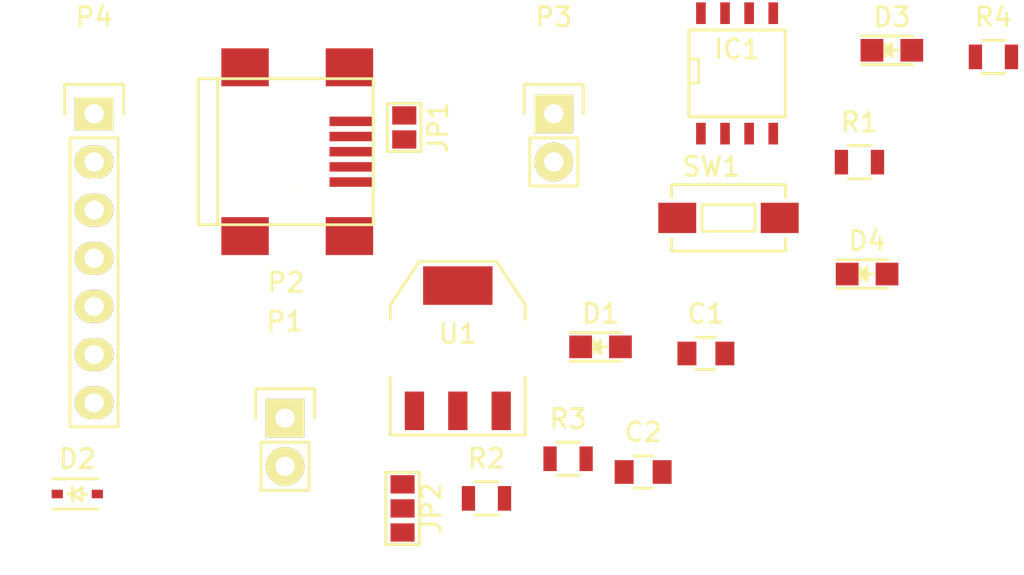
<source format=kicad_pcb>
(kicad_pcb (version 4) (host pcbnew 4.0.3-stable)

  (general
    (links 42)
    (no_connects 42)
    (area 0 0 0 0)
    (thickness 1.6)
    (drawings 0)
    (tracks 0)
    (zones 0)
    (modules 19)
    (nets 18)
  )

  (page A4)
  (layers
    (0 F.Cu signal)
    (31 B.Cu signal)
    (32 B.Adhes user)
    (33 F.Adhes user)
    (34 B.Paste user)
    (35 F.Paste user)
    (36 B.SilkS user)
    (37 F.SilkS user)
    (38 B.Mask user)
    (39 F.Mask user)
    (40 Dwgs.User user)
    (41 Cmts.User user)
    (42 Eco1.User user)
    (43 Eco2.User user)
    (44 Edge.Cuts user)
    (45 Margin user)
    (46 B.CrtYd user)
    (47 F.CrtYd user)
    (48 B.Fab user)
    (49 F.Fab user)
  )

  (setup
    (last_trace_width 0.25)
    (trace_clearance 0.2)
    (zone_clearance 0.508)
    (zone_45_only no)
    (trace_min 0.2)
    (segment_width 0.2)
    (edge_width 0.1)
    (via_size 0.6)
    (via_drill 0.4)
    (via_min_size 0.4)
    (via_min_drill 0.3)
    (uvia_size 0.3)
    (uvia_drill 0.1)
    (uvias_allowed no)
    (uvia_min_size 0.2)
    (uvia_min_drill 0.1)
    (pcb_text_width 0.3)
    (pcb_text_size 1.5 1.5)
    (mod_edge_width 0.15)
    (mod_text_size 1 1)
    (mod_text_width 0.15)
    (pad_size 1.5 1.5)
    (pad_drill 0.6)
    (pad_to_mask_clearance 0)
    (aux_axis_origin 0 0)
    (visible_elements FFFFFF7F)
    (pcbplotparams
      (layerselection 0x00030_80000001)
      (usegerberextensions false)
      (excludeedgelayer true)
      (linewidth 0.100000)
      (plotframeref false)
      (viasonmask false)
      (mode 1)
      (useauxorigin false)
      (hpglpennumber 1)
      (hpglpenspeed 20)
      (hpglpendiameter 15)
      (hpglpenoverlay 2)
      (psnegative false)
      (psa4output false)
      (plotreference true)
      (plotvalue true)
      (plotinvisibletext false)
      (padsonsilk false)
      (subtractmaskfromsilk false)
      (outputformat 1)
      (mirror false)
      (drillshape 1)
      (scaleselection 1)
      (outputdirectory ""))
  )

  (net 0 "")
  (net 1 /V_BAT)
  (net 2 GND)
  (net 3 VCC)
  (net 4 "Net-(D1-Pad2)")
  (net 5 "Net-(D2-Pad2)")
  (net 6 "Net-(D3-Pad2)")
  (net 7 "Net-(D4-Pad2)")
  (net 8 "Net-(D4-Pad1)")
  (net 9 "Net-(IC1-Pad7)")
  (net 10 "Net-(IC1-Pad6)")
  (net 11 "Net-(IC1-Pad5)")
  (net 12 "Net-(IC1-Pad3)")
  (net 13 "Net-(IC1-Pad2)")
  (net 14 "Net-(IC1-Pad1)")
  (net 15 "Net-(JP2-Pad2)")
  (net 16 "Net-(P2-Pad4)")
  (net 17 "Net-(P2-Pad6)")

  (net_class Default "This is the default net class."
    (clearance 0.2)
    (trace_width 0.25)
    (via_dia 0.6)
    (via_drill 0.4)
    (uvia_dia 0.3)
    (uvia_drill 0.1)
    (add_net /V_BAT)
    (add_net GND)
    (add_net "Net-(D1-Pad2)")
    (add_net "Net-(D2-Pad2)")
    (add_net "Net-(D3-Pad2)")
    (add_net "Net-(D4-Pad1)")
    (add_net "Net-(D4-Pad2)")
    (add_net "Net-(IC1-Pad1)")
    (add_net "Net-(IC1-Pad2)")
    (add_net "Net-(IC1-Pad3)")
    (add_net "Net-(IC1-Pad5)")
    (add_net "Net-(IC1-Pad6)")
    (add_net "Net-(IC1-Pad7)")
    (add_net "Net-(JP2-Pad2)")
    (add_net "Net-(P2-Pad4)")
    (add_net "Net-(P2-Pad6)")
    (add_net VCC)
  )

  (module Capacitors_SMD:C_0805 (layer F.Cu) (tedit 5415D6EA) (tstamp 57BE9728)
    (at 185.855001 119.045)
    (descr "Capacitor SMD 0805, reflow soldering, AVX (see smccp.pdf)")
    (tags "capacitor 0805")
    (path /57BD6F3C)
    (attr smd)
    (fp_text reference C1 (at 0 -2.1) (layer F.SilkS)
      (effects (font (size 1 1) (thickness 0.15)))
    )
    (fp_text value 1uf (at 0 2.1) (layer F.Fab)
      (effects (font (size 1 1) (thickness 0.15)))
    )
    (fp_line (start -1.8 -1) (end 1.8 -1) (layer F.CrtYd) (width 0.05))
    (fp_line (start -1.8 1) (end 1.8 1) (layer F.CrtYd) (width 0.05))
    (fp_line (start -1.8 -1) (end -1.8 1) (layer F.CrtYd) (width 0.05))
    (fp_line (start 1.8 -1) (end 1.8 1) (layer F.CrtYd) (width 0.05))
    (fp_line (start 0.5 -0.85) (end -0.5 -0.85) (layer F.SilkS) (width 0.15))
    (fp_line (start -0.5 0.85) (end 0.5 0.85) (layer F.SilkS) (width 0.15))
    (pad 1 smd rect (at -1 0) (size 1 1.25) (layers F.Cu F.Paste F.Mask)
      (net 1 /V_BAT))
    (pad 2 smd rect (at 1 0) (size 1 1.25) (layers F.Cu F.Paste F.Mask)
      (net 2 GND))
    (model Capacitors_SMD.3dshapes/C_0805.wrl
      (at (xyz 0 0 0))
      (scale (xyz 1 1 1))
      (rotate (xyz 0 0 0))
    )
  )

  (module Capacitors_SMD:C_0805 (layer F.Cu) (tedit 5415D6EA) (tstamp 57BE972E)
    (at 182.548571 125.295)
    (descr "Capacitor SMD 0805, reflow soldering, AVX (see smccp.pdf)")
    (tags "capacitor 0805")
    (path /57BD6FAC)
    (attr smd)
    (fp_text reference C2 (at 0 -2.1) (layer F.SilkS)
      (effects (font (size 1 1) (thickness 0.15)))
    )
    (fp_text value 2.2uf (at 0 2.1) (layer F.Fab)
      (effects (font (size 1 1) (thickness 0.15)))
    )
    (fp_line (start -1.8 -1) (end 1.8 -1) (layer F.CrtYd) (width 0.05))
    (fp_line (start -1.8 1) (end 1.8 1) (layer F.CrtYd) (width 0.05))
    (fp_line (start -1.8 -1) (end -1.8 1) (layer F.CrtYd) (width 0.05))
    (fp_line (start 1.8 -1) (end 1.8 1) (layer F.CrtYd) (width 0.05))
    (fp_line (start 0.5 -0.85) (end -0.5 -0.85) (layer F.SilkS) (width 0.15))
    (fp_line (start -0.5 0.85) (end 0.5 0.85) (layer F.SilkS) (width 0.15))
    (pad 1 smd rect (at -1 0) (size 1 1.25) (layers F.Cu F.Paste F.Mask)
      (net 3 VCC))
    (pad 2 smd rect (at 1 0) (size 1 1.25) (layers F.Cu F.Paste F.Mask)
      (net 2 GND))
    (model Capacitors_SMD.3dshapes/C_0805.wrl
      (at (xyz 0 0 0))
      (scale (xyz 1 1 1))
      (rotate (xyz 0 0 0))
    )
  )

  (module LEDs:LED_0805 (layer F.Cu) (tedit 55BDE1C2) (tstamp 57BE9734)
    (at 180.303334 118.695)
    (descr "LED 0805 smd package")
    (tags "LED 0805 SMD")
    (path /57BD75CA)
    (attr smd)
    (fp_text reference D1 (at 0 -1.75) (layer F.SilkS)
      (effects (font (size 1 1) (thickness 0.15)))
    )
    (fp_text value "blue LED" (at 0 1.75) (layer F.Fab)
      (effects (font (size 1 1) (thickness 0.15)))
    )
    (fp_line (start -0.4 -0.3) (end -0.4 0.3) (layer F.Fab) (width 0.15))
    (fp_line (start -0.3 0) (end 0 -0.3) (layer F.Fab) (width 0.15))
    (fp_line (start 0 0.3) (end -0.3 0) (layer F.Fab) (width 0.15))
    (fp_line (start 0 -0.3) (end 0 0.3) (layer F.Fab) (width 0.15))
    (fp_line (start 1 -0.6) (end -1 -0.6) (layer F.Fab) (width 0.15))
    (fp_line (start 1 0.6) (end 1 -0.6) (layer F.Fab) (width 0.15))
    (fp_line (start -1 0.6) (end 1 0.6) (layer F.Fab) (width 0.15))
    (fp_line (start -1 -0.6) (end -1 0.6) (layer F.Fab) (width 0.15))
    (fp_line (start -1.6 0.75) (end 1.1 0.75) (layer F.SilkS) (width 0.15))
    (fp_line (start -1.6 -0.75) (end 1.1 -0.75) (layer F.SilkS) (width 0.15))
    (fp_line (start -0.1 0.15) (end -0.1 -0.1) (layer F.SilkS) (width 0.15))
    (fp_line (start -0.1 -0.1) (end -0.25 0.05) (layer F.SilkS) (width 0.15))
    (fp_line (start -0.35 -0.35) (end -0.35 0.35) (layer F.SilkS) (width 0.15))
    (fp_line (start 0 0) (end 0.35 0) (layer F.SilkS) (width 0.15))
    (fp_line (start -0.35 0) (end 0 -0.35) (layer F.SilkS) (width 0.15))
    (fp_line (start 0 -0.35) (end 0 0.35) (layer F.SilkS) (width 0.15))
    (fp_line (start 0 0.35) (end -0.35 0) (layer F.SilkS) (width 0.15))
    (fp_line (start 1.9 -0.95) (end 1.9 0.95) (layer F.CrtYd) (width 0.05))
    (fp_line (start 1.9 0.95) (end -1.9 0.95) (layer F.CrtYd) (width 0.05))
    (fp_line (start -1.9 0.95) (end -1.9 -0.95) (layer F.CrtYd) (width 0.05))
    (fp_line (start -1.9 -0.95) (end 1.9 -0.95) (layer F.CrtYd) (width 0.05))
    (pad 2 smd rect (at 1.04902 0 180) (size 1.19888 1.19888) (layers F.Cu F.Paste F.Mask)
      (net 4 "Net-(D1-Pad2)"))
    (pad 1 smd rect (at -1.04902 0 180) (size 1.19888 1.19888) (layers F.Cu F.Paste F.Mask)
      (net 2 GND))
    (model LEDs.3dshapes/LED_0805.wrl
      (at (xyz 0 0 0))
      (scale (xyz 1 1 1))
      (rotate (xyz 0 0 0))
    )
  )

  (module Diodes_SMD:SOD-323 (layer F.Cu) (tedit 5530FC5E) (tstamp 57BE973A)
    (at 152.73762 126.455)
    (descr SOD-323)
    (tags SOD-323)
    (path /57BD74D6)
    (attr smd)
    (fp_text reference D2 (at 0 -1.85) (layer F.SilkS)
      (effects (font (size 1 1) (thickness 0.15)))
    )
    (fp_text value D_Schottky (at 0.1 1.9) (layer F.Fab)
      (effects (font (size 1 1) (thickness 0.15)))
    )
    (fp_line (start 0.25 0) (end 0.5 0) (layer F.SilkS) (width 0.15))
    (fp_line (start -0.25 0) (end -0.5 0) (layer F.SilkS) (width 0.15))
    (fp_line (start -0.25 0) (end 0.25 -0.35) (layer F.SilkS) (width 0.15))
    (fp_line (start 0.25 -0.35) (end 0.25 0.35) (layer F.SilkS) (width 0.15))
    (fp_line (start 0.25 0.35) (end -0.25 0) (layer F.SilkS) (width 0.15))
    (fp_line (start -0.25 -0.35) (end -0.25 0.35) (layer F.SilkS) (width 0.15))
    (fp_line (start -1.5 -0.95) (end 1.5 -0.95) (layer F.CrtYd) (width 0.05))
    (fp_line (start 1.5 -0.95) (end 1.5 0.95) (layer F.CrtYd) (width 0.05))
    (fp_line (start -1.5 0.95) (end 1.5 0.95) (layer F.CrtYd) (width 0.05))
    (fp_line (start -1.5 -0.95) (end -1.5 0.95) (layer F.CrtYd) (width 0.05))
    (fp_line (start -1.3 0.8) (end 1.1 0.8) (layer F.SilkS) (width 0.15))
    (fp_line (start -1.3 -0.8) (end 1.1 -0.8) (layer F.SilkS) (width 0.15))
    (pad 1 smd rect (at -1.055 0) (size 0.59 0.45) (layers F.Cu F.Paste F.Mask)
      (net 3 VCC))
    (pad 2 smd rect (at 1.055 0) (size 0.59 0.45) (layers F.Cu F.Paste F.Mask)
      (net 5 "Net-(D2-Pad2)"))
    (model Diodes_SMD.3dshapes/SOD-323.wrl
      (at (xyz 0 0 0))
      (scale (xyz 1 1 1))
      (rotate (xyz 0 0 180))
    )
  )

  (module LEDs:LED_0805 (layer F.Cu) (tedit 55BDE1C2) (tstamp 57BE9740)
    (at 195.653334 103.055)
    (descr "LED 0805 smd package")
    (tags "LED 0805 SMD")
    (path /57BD80DC)
    (attr smd)
    (fp_text reference D3 (at 0 -1.75) (layer F.SilkS)
      (effects (font (size 1 1) (thickness 0.15)))
    )
    (fp_text value "blue LED" (at 0 1.75) (layer F.Fab)
      (effects (font (size 1 1) (thickness 0.15)))
    )
    (fp_line (start -0.4 -0.3) (end -0.4 0.3) (layer F.Fab) (width 0.15))
    (fp_line (start -0.3 0) (end 0 -0.3) (layer F.Fab) (width 0.15))
    (fp_line (start 0 0.3) (end -0.3 0) (layer F.Fab) (width 0.15))
    (fp_line (start 0 -0.3) (end 0 0.3) (layer F.Fab) (width 0.15))
    (fp_line (start 1 -0.6) (end -1 -0.6) (layer F.Fab) (width 0.15))
    (fp_line (start 1 0.6) (end 1 -0.6) (layer F.Fab) (width 0.15))
    (fp_line (start -1 0.6) (end 1 0.6) (layer F.Fab) (width 0.15))
    (fp_line (start -1 -0.6) (end -1 0.6) (layer F.Fab) (width 0.15))
    (fp_line (start -1.6 0.75) (end 1.1 0.75) (layer F.SilkS) (width 0.15))
    (fp_line (start -1.6 -0.75) (end 1.1 -0.75) (layer F.SilkS) (width 0.15))
    (fp_line (start -0.1 0.15) (end -0.1 -0.1) (layer F.SilkS) (width 0.15))
    (fp_line (start -0.1 -0.1) (end -0.25 0.05) (layer F.SilkS) (width 0.15))
    (fp_line (start -0.35 -0.35) (end -0.35 0.35) (layer F.SilkS) (width 0.15))
    (fp_line (start 0 0) (end 0.35 0) (layer F.SilkS) (width 0.15))
    (fp_line (start -0.35 0) (end 0 -0.35) (layer F.SilkS) (width 0.15))
    (fp_line (start 0 -0.35) (end 0 0.35) (layer F.SilkS) (width 0.15))
    (fp_line (start 0 0.35) (end -0.35 0) (layer F.SilkS) (width 0.15))
    (fp_line (start 1.9 -0.95) (end 1.9 0.95) (layer F.CrtYd) (width 0.05))
    (fp_line (start 1.9 0.95) (end -1.9 0.95) (layer F.CrtYd) (width 0.05))
    (fp_line (start -1.9 0.95) (end -1.9 -0.95) (layer F.CrtYd) (width 0.05))
    (fp_line (start -1.9 -0.95) (end 1.9 -0.95) (layer F.CrtYd) (width 0.05))
    (pad 2 smd rect (at 1.04902 0 180) (size 1.19888 1.19888) (layers F.Cu F.Paste F.Mask)
      (net 6 "Net-(D3-Pad2)"))
    (pad 1 smd rect (at -1.04902 0 180) (size 1.19888 1.19888) (layers F.Cu F.Paste F.Mask)
      (net 2 GND))
    (model LEDs.3dshapes/LED_0805.wrl
      (at (xyz 0 0 0))
      (scale (xyz 1 1 1))
      (rotate (xyz 0 0 0))
    )
  )

  (module LEDs:LED_0805 (layer F.Cu) (tedit 55BDE1C2) (tstamp 57BE9746)
    (at 194.348572 114.855)
    (descr "LED 0805 smd package")
    (tags "LED 0805 SMD")
    (path /57BD624D)
    (attr smd)
    (fp_text reference D4 (at 0 -1.75) (layer F.SilkS)
      (effects (font (size 1 1) (thickness 0.15)))
    )
    (fp_text value "red LED" (at 0 1.75) (layer F.Fab)
      (effects (font (size 1 1) (thickness 0.15)))
    )
    (fp_line (start -0.4 -0.3) (end -0.4 0.3) (layer F.Fab) (width 0.15))
    (fp_line (start -0.3 0) (end 0 -0.3) (layer F.Fab) (width 0.15))
    (fp_line (start 0 0.3) (end -0.3 0) (layer F.Fab) (width 0.15))
    (fp_line (start 0 -0.3) (end 0 0.3) (layer F.Fab) (width 0.15))
    (fp_line (start 1 -0.6) (end -1 -0.6) (layer F.Fab) (width 0.15))
    (fp_line (start 1 0.6) (end 1 -0.6) (layer F.Fab) (width 0.15))
    (fp_line (start -1 0.6) (end 1 0.6) (layer F.Fab) (width 0.15))
    (fp_line (start -1 -0.6) (end -1 0.6) (layer F.Fab) (width 0.15))
    (fp_line (start -1.6 0.75) (end 1.1 0.75) (layer F.SilkS) (width 0.15))
    (fp_line (start -1.6 -0.75) (end 1.1 -0.75) (layer F.SilkS) (width 0.15))
    (fp_line (start -0.1 0.15) (end -0.1 -0.1) (layer F.SilkS) (width 0.15))
    (fp_line (start -0.1 -0.1) (end -0.25 0.05) (layer F.SilkS) (width 0.15))
    (fp_line (start -0.35 -0.35) (end -0.35 0.35) (layer F.SilkS) (width 0.15))
    (fp_line (start 0 0) (end 0.35 0) (layer F.SilkS) (width 0.15))
    (fp_line (start -0.35 0) (end 0 -0.35) (layer F.SilkS) (width 0.15))
    (fp_line (start 0 -0.35) (end 0 0.35) (layer F.SilkS) (width 0.15))
    (fp_line (start 0 0.35) (end -0.35 0) (layer F.SilkS) (width 0.15))
    (fp_line (start 1.9 -0.95) (end 1.9 0.95) (layer F.CrtYd) (width 0.05))
    (fp_line (start 1.9 0.95) (end -1.9 0.95) (layer F.CrtYd) (width 0.05))
    (fp_line (start -1.9 0.95) (end -1.9 -0.95) (layer F.CrtYd) (width 0.05))
    (fp_line (start -1.9 -0.95) (end 1.9 -0.95) (layer F.CrtYd) (width 0.05))
    (pad 2 smd rect (at 1.04902 0 180) (size 1.19888 1.19888) (layers F.Cu F.Paste F.Mask)
      (net 7 "Net-(D4-Pad2)"))
    (pad 1 smd rect (at -1.04902 0 180) (size 1.19888 1.19888) (layers F.Cu F.Paste F.Mask)
      (net 8 "Net-(D4-Pad1)"))
    (model LEDs.3dshapes/LED_0805.wrl
      (at (xyz 0 0 0))
      (scale (xyz 1 1 1))
      (rotate (xyz 0 0 0))
    )
  )

  (module SMD_Packages:SOIC-8-N (layer F.Cu) (tedit 0) (tstamp 57BE9752)
    (at 187.498571 104.2765)
    (descr "Module Narrow CMS SOJ 8 pins large")
    (tags "CMS SOJ")
    (path /57BD5CB6)
    (attr smd)
    (fp_text reference IC1 (at 0 -1.27) (layer F.SilkS)
      (effects (font (size 1 1) (thickness 0.15)))
    )
    (fp_text value ATTINY85-S (at 0 1.27) (layer F.Fab)
      (effects (font (size 1 1) (thickness 0.15)))
    )
    (fp_line (start -2.54 -2.286) (end 2.54 -2.286) (layer F.SilkS) (width 0.15))
    (fp_line (start 2.54 -2.286) (end 2.54 2.286) (layer F.SilkS) (width 0.15))
    (fp_line (start 2.54 2.286) (end -2.54 2.286) (layer F.SilkS) (width 0.15))
    (fp_line (start -2.54 2.286) (end -2.54 -2.286) (layer F.SilkS) (width 0.15))
    (fp_line (start -2.54 -0.762) (end -2.032 -0.762) (layer F.SilkS) (width 0.15))
    (fp_line (start -2.032 -0.762) (end -2.032 0.508) (layer F.SilkS) (width 0.15))
    (fp_line (start -2.032 0.508) (end -2.54 0.508) (layer F.SilkS) (width 0.15))
    (pad 8 smd rect (at -1.905 -3.175) (size 0.508 1.143) (layers F.Cu F.Paste F.Mask)
      (net 3 VCC))
    (pad 7 smd rect (at -0.635 -3.175) (size 0.508 1.143) (layers F.Cu F.Paste F.Mask)
      (net 9 "Net-(IC1-Pad7)"))
    (pad 6 smd rect (at 0.635 -3.175) (size 0.508 1.143) (layers F.Cu F.Paste F.Mask)
      (net 10 "Net-(IC1-Pad6)"))
    (pad 5 smd rect (at 1.905 -3.175) (size 0.508 1.143) (layers F.Cu F.Paste F.Mask)
      (net 11 "Net-(IC1-Pad5)"))
    (pad 4 smd rect (at 1.905 3.175) (size 0.508 1.143) (layers F.Cu F.Paste F.Mask)
      (net 2 GND))
    (pad 3 smd rect (at 0.635 3.175) (size 0.508 1.143) (layers F.Cu F.Paste F.Mask)
      (net 12 "Net-(IC1-Pad3)"))
    (pad 2 smd rect (at -0.635 3.175) (size 0.508 1.143) (layers F.Cu F.Paste F.Mask)
      (net 13 "Net-(IC1-Pad2)"))
    (pad 1 smd rect (at -1.905 3.175) (size 0.508 1.143) (layers F.Cu F.Paste F.Mask)
      (net 14 "Net-(IC1-Pad1)"))
    (model SMD_Packages.3dshapes/SOIC-8-N.wrl
      (at (xyz 0 0 0))
      (scale (xyz 0.5 0.38 0.5))
      (rotate (xyz 0 0 0))
    )
  )

  (module Connect:GS2 (layer F.Cu) (tedit 0) (tstamp 57BE9758)
    (at 169.964001 107.125239)
    (descr "Pontet Goute de soudure")
    (path /57BD62A1)
    (attr virtual)
    (fp_text reference JP1 (at 1.778 0 90) (layer F.SilkS)
      (effects (font (size 1 1) (thickness 0.15)))
    )
    (fp_text value Jumper_NC_Small (at 1.524 0 90) (layer F.Fab)
      (effects (font (size 1 1) (thickness 0.15)))
    )
    (fp_line (start -0.889 -1.27) (end -0.889 1.27) (layer F.SilkS) (width 0.15))
    (fp_line (start 0.889 1.27) (end 0.889 -1.27) (layer F.SilkS) (width 0.15))
    (fp_line (start 0.889 1.27) (end -0.889 1.27) (layer F.SilkS) (width 0.15))
    (fp_line (start -0.889 -1.27) (end 0.889 -1.27) (layer F.SilkS) (width 0.15))
    (pad 1 smd rect (at 0 -0.635) (size 1.27 0.9652) (layers F.Cu F.Paste F.Mask)
      (net 8 "Net-(D4-Pad1)"))
    (pad 2 smd rect (at 0 0.635) (size 1.27 0.9652) (layers F.Cu F.Paste F.Mask)
      (net 2 GND))
  )

  (module Connect:GS3 (layer F.Cu) (tedit 0) (tstamp 57BE975F)
    (at 169.874001 127.214762)
    (descr "Pontet Goute de soudure")
    (path /57BD8FF3)
    (attr virtual)
    (fp_text reference JP2 (at 1.524 0 90) (layer F.SilkS)
      (effects (font (size 1 1) (thickness 0.15)))
    )
    (fp_text value JUMPER3 (at 1.524 0 90) (layer F.Fab)
      (effects (font (size 1 1) (thickness 0.15)))
    )
    (fp_line (start -0.889 -1.905) (end -0.889 1.905) (layer F.SilkS) (width 0.15))
    (fp_line (start -0.889 1.905) (end 0.889 1.905) (layer F.SilkS) (width 0.15))
    (fp_line (start 0.889 1.905) (end 0.889 -1.905) (layer F.SilkS) (width 0.15))
    (fp_line (start -0.889 -1.905) (end 0.889 -1.905) (layer F.SilkS) (width 0.15))
    (pad 1 smd rect (at 0 -1.27) (size 1.27 0.9652) (layers F.Cu F.Paste F.Mask)
      (net 12 "Net-(IC1-Pad3)"))
    (pad 2 smd rect (at 0 0) (size 1.27 0.9652) (layers F.Cu F.Paste F.Mask)
      (net 15 "Net-(JP2-Pad2)"))
    (pad 3 smd rect (at 0 1.27) (size 1.27 0.9652) (layers F.Cu F.Paste F.Mask)
      (net 14 "Net-(IC1-Pad1)"))
  )

  (module Pin_Headers:Pin_Header_Straight_1x02 (layer F.Cu) (tedit 54EA090C) (tstamp 57BE9765)
    (at 163.683333 122.455)
    (descr "Through hole pin header")
    (tags "pin header")
    (path /57BD7DBE)
    (fp_text reference P1 (at 0 -5.1) (layer F.SilkS)
      (effects (font (size 1 1) (thickness 0.15)))
    )
    (fp_text value CONN_01X02 (at 0 -3.1) (layer F.Fab)
      (effects (font (size 1 1) (thickness 0.15)))
    )
    (fp_line (start 1.27 1.27) (end 1.27 3.81) (layer F.SilkS) (width 0.15))
    (fp_line (start 1.55 -1.55) (end 1.55 0) (layer F.SilkS) (width 0.15))
    (fp_line (start -1.75 -1.75) (end -1.75 4.3) (layer F.CrtYd) (width 0.05))
    (fp_line (start 1.75 -1.75) (end 1.75 4.3) (layer F.CrtYd) (width 0.05))
    (fp_line (start -1.75 -1.75) (end 1.75 -1.75) (layer F.CrtYd) (width 0.05))
    (fp_line (start -1.75 4.3) (end 1.75 4.3) (layer F.CrtYd) (width 0.05))
    (fp_line (start 1.27 1.27) (end -1.27 1.27) (layer F.SilkS) (width 0.15))
    (fp_line (start -1.55 0) (end -1.55 -1.55) (layer F.SilkS) (width 0.15))
    (fp_line (start -1.55 -1.55) (end 1.55 -1.55) (layer F.SilkS) (width 0.15))
    (fp_line (start -1.27 1.27) (end -1.27 3.81) (layer F.SilkS) (width 0.15))
    (fp_line (start -1.27 3.81) (end 1.27 3.81) (layer F.SilkS) (width 0.15))
    (pad 1 thru_hole rect (at 0 0) (size 2.032 2.032) (drill 1.016) (layers *.Cu *.Mask F.SilkS)
      (net 2 GND))
    (pad 2 thru_hole oval (at 0 2.54) (size 2.032 2.032) (drill 1.016) (layers *.Cu *.Mask F.SilkS)
      (net 1 /V_BAT))
    (model Pin_Headers.3dshapes/Pin_Header_Straight_1x02.wrl
      (at (xyz 0 -0.05 0))
      (scale (xyz 1 1 1))
      (rotate (xyz 0 0 90))
    )
  )

  (module Connect:USB_Mini-B (layer F.Cu) (tedit 5543E571) (tstamp 57BE9774)
    (at 163.725001 108.4043)
    (descr "USB Mini-B 5-pin SMD connector")
    (tags "USB USB_B USB_Mini connector")
    (path /57BD722D)
    (attr smd)
    (fp_text reference P2 (at 0 6.90118) (layer F.SilkS)
      (effects (font (size 1 1) (thickness 0.15)))
    )
    (fp_text value USB_OTG (at 0 -7.0993) (layer F.Fab)
      (effects (font (size 1 1) (thickness 0.15)))
    )
    (fp_line (start -4.85 -5.7) (end 4.85 -5.7) (layer F.CrtYd) (width 0.05))
    (fp_line (start 4.85 -5.7) (end 4.85 5.7) (layer F.CrtYd) (width 0.05))
    (fp_line (start 4.85 5.7) (end -4.85 5.7) (layer F.CrtYd) (width 0.05))
    (fp_line (start -4.85 5.7) (end -4.85 -5.7) (layer F.CrtYd) (width 0.05))
    (fp_line (start -3.59918 -3.85064) (end -3.59918 3.85064) (layer F.SilkS) (width 0.15))
    (fp_line (start -4.59994 -3.85064) (end -4.59994 3.85064) (layer F.SilkS) (width 0.15))
    (fp_line (start -4.59994 3.85064) (end 4.59994 3.85064) (layer F.SilkS) (width 0.15))
    (fp_line (start 4.59994 3.85064) (end 4.59994 -3.85064) (layer F.SilkS) (width 0.15))
    (fp_line (start 4.59994 -3.85064) (end -4.59994 -3.85064) (layer F.SilkS) (width 0.15))
    (pad 1 smd rect (at 3.44932 -1.6002) (size 2.30124 0.50038) (layers F.Cu F.Paste F.Mask)
      (net 5 "Net-(D2-Pad2)"))
    (pad 2 smd rect (at 3.44932 -0.8001) (size 2.30124 0.50038) (layers F.Cu F.Paste F.Mask)
      (net 6 "Net-(D3-Pad2)"))
    (pad 3 smd rect (at 3.44932 0) (size 2.30124 0.50038) (layers F.Cu F.Paste F.Mask)
      (net 4 "Net-(D1-Pad2)"))
    (pad 4 smd rect (at 3.44932 0.8001) (size 2.30124 0.50038) (layers F.Cu F.Paste F.Mask)
      (net 16 "Net-(P2-Pad4)"))
    (pad 5 smd rect (at 3.44932 1.6002) (size 2.30124 0.50038) (layers F.Cu F.Paste F.Mask)
      (net 2 GND))
    (pad 6 smd rect (at 3.35026 -4.45008) (size 2.49936 1.99898) (layers F.Cu F.Paste F.Mask)
      (net 17 "Net-(P2-Pad6)"))
    (pad 6 smd rect (at -2.14884 -4.45008) (size 2.49936 1.99898) (layers F.Cu F.Paste F.Mask)
      (net 17 "Net-(P2-Pad6)"))
    (pad 6 smd rect (at 3.35026 4.45008) (size 2.49936 1.99898) (layers F.Cu F.Paste F.Mask)
      (net 17 "Net-(P2-Pad6)"))
    (pad 6 smd rect (at -2.14884 4.45008) (size 2.49936 1.99898) (layers F.Cu F.Paste F.Mask)
      (net 17 "Net-(P2-Pad6)"))
    (pad "" np_thru_hole circle (at 0.8509 -2.19964) (size 0.89916 0.89916) (drill 0.89916) (layers *.Cu *.Mask F.SilkS))
    (pad "" np_thru_hole circle (at 0.8509 2.19964) (size 0.89916 0.89916) (drill 0.89916) (layers *.Cu *.Mask F.SilkS))
  )

  (module Pin_Headers:Pin_Header_Straight_1x02 (layer F.Cu) (tedit 54EA090C) (tstamp 57BE977A)
    (at 177.843333 106.405)
    (descr "Through hole pin header")
    (tags "pin header")
    (path /57BD9D74)
    (fp_text reference P3 (at 0 -5.1) (layer F.SilkS)
      (effects (font (size 1 1) (thickness 0.15)))
    )
    (fp_text value CONN_01X02 (at 0 -3.1) (layer F.Fab)
      (effects (font (size 1 1) (thickness 0.15)))
    )
    (fp_line (start 1.27 1.27) (end 1.27 3.81) (layer F.SilkS) (width 0.15))
    (fp_line (start 1.55 -1.55) (end 1.55 0) (layer F.SilkS) (width 0.15))
    (fp_line (start -1.75 -1.75) (end -1.75 4.3) (layer F.CrtYd) (width 0.05))
    (fp_line (start 1.75 -1.75) (end 1.75 4.3) (layer F.CrtYd) (width 0.05))
    (fp_line (start -1.75 -1.75) (end 1.75 -1.75) (layer F.CrtYd) (width 0.05))
    (fp_line (start -1.75 4.3) (end 1.75 4.3) (layer F.CrtYd) (width 0.05))
    (fp_line (start 1.27 1.27) (end -1.27 1.27) (layer F.SilkS) (width 0.15))
    (fp_line (start -1.55 0) (end -1.55 -1.55) (layer F.SilkS) (width 0.15))
    (fp_line (start -1.55 -1.55) (end 1.55 -1.55) (layer F.SilkS) (width 0.15))
    (fp_line (start -1.27 1.27) (end -1.27 3.81) (layer F.SilkS) (width 0.15))
    (fp_line (start -1.27 3.81) (end 1.27 3.81) (layer F.SilkS) (width 0.15))
    (pad 1 thru_hole rect (at 0 0) (size 2.032 2.032) (drill 1.016) (layers *.Cu *.Mask F.SilkS)
      (net 2 GND))
    (pad 2 thru_hole oval (at 0 2.54) (size 2.032 2.032) (drill 1.016) (layers *.Cu *.Mask F.SilkS)
      (net 3 VCC))
    (model Pin_Headers.3dshapes/Pin_Header_Straight_1x02.wrl
      (at (xyz 0 -0.05 0))
      (scale (xyz 1 1 1))
      (rotate (xyz 0 0 90))
    )
  )

  (module Pin_Headers:Pin_Header_Straight_1x07 (layer F.Cu) (tedit 0) (tstamp 57BE9785)
    (at 153.623333 106.405)
    (descr "Through hole pin header")
    (tags "pin header")
    (path /57BD8C98)
    (fp_text reference P4 (at 0 -5.1) (layer F.SilkS)
      (effects (font (size 1 1) (thickness 0.15)))
    )
    (fp_text value CONN_01X07 (at 0 -3.1) (layer F.Fab)
      (effects (font (size 1 1) (thickness 0.15)))
    )
    (fp_line (start -1.75 -1.75) (end -1.75 17) (layer F.CrtYd) (width 0.05))
    (fp_line (start 1.75 -1.75) (end 1.75 17) (layer F.CrtYd) (width 0.05))
    (fp_line (start -1.75 -1.75) (end 1.75 -1.75) (layer F.CrtYd) (width 0.05))
    (fp_line (start -1.75 17) (end 1.75 17) (layer F.CrtYd) (width 0.05))
    (fp_line (start 1.27 1.27) (end 1.27 16.51) (layer F.SilkS) (width 0.15))
    (fp_line (start 1.27 16.51) (end -1.27 16.51) (layer F.SilkS) (width 0.15))
    (fp_line (start -1.27 16.51) (end -1.27 1.27) (layer F.SilkS) (width 0.15))
    (fp_line (start 1.55 -1.55) (end 1.55 0) (layer F.SilkS) (width 0.15))
    (fp_line (start 1.27 1.27) (end -1.27 1.27) (layer F.SilkS) (width 0.15))
    (fp_line (start -1.55 0) (end -1.55 -1.55) (layer F.SilkS) (width 0.15))
    (fp_line (start -1.55 -1.55) (end 1.55 -1.55) (layer F.SilkS) (width 0.15))
    (pad 1 thru_hole rect (at 0 0) (size 2.032 1.7272) (drill 1.016) (layers *.Cu *.Mask F.SilkS)
      (net 2 GND))
    (pad 2 thru_hole oval (at 0 2.54) (size 2.032 1.7272) (drill 1.016) (layers *.Cu *.Mask F.SilkS)
      (net 11 "Net-(IC1-Pad5)"))
    (pad 3 thru_hole oval (at 0 5.08) (size 2.032 1.7272) (drill 1.016) (layers *.Cu *.Mask F.SilkS)
      (net 10 "Net-(IC1-Pad6)"))
    (pad 4 thru_hole oval (at 0 7.62) (size 2.032 1.7272) (drill 1.016) (layers *.Cu *.Mask F.SilkS)
      (net 9 "Net-(IC1-Pad7)"))
    (pad 5 thru_hole oval (at 0 10.16) (size 2.032 1.7272) (drill 1.016) (layers *.Cu *.Mask F.SilkS)
      (net 13 "Net-(IC1-Pad2)"))
    (pad 6 thru_hole oval (at 0 12.7) (size 2.032 1.7272) (drill 1.016) (layers *.Cu *.Mask F.SilkS)
      (net 12 "Net-(IC1-Pad3)"))
    (pad 7 thru_hole oval (at 0 15.24) (size 2.032 1.7272) (drill 1.016) (layers *.Cu *.Mask F.SilkS)
      (net 14 "Net-(IC1-Pad1)"))
    (model Pin_Headers.3dshapes/Pin_Header_Straight_1x07.wrl
      (at (xyz 0 -0.3 0))
      (scale (xyz 1 1 1))
      (rotate (xyz 0 0 90))
    )
  )

  (module Resistors_SMD:R_0805 (layer F.Cu) (tedit 5415CDEB) (tstamp 57BE978B)
    (at 193.945001 108.955)
    (descr "Resistor SMD 0805, reflow soldering, Vishay (see dcrcw.pdf)")
    (tags "resistor 0805")
    (path /57BD61E2)
    (attr smd)
    (fp_text reference R1 (at 0 -2.1) (layer F.SilkS)
      (effects (font (size 1 1) (thickness 0.15)))
    )
    (fp_text value 1K5 (at 0 2.1) (layer F.Fab)
      (effects (font (size 1 1) (thickness 0.15)))
    )
    (fp_line (start -1.6 -1) (end 1.6 -1) (layer F.CrtYd) (width 0.05))
    (fp_line (start -1.6 1) (end 1.6 1) (layer F.CrtYd) (width 0.05))
    (fp_line (start -1.6 -1) (end -1.6 1) (layer F.CrtYd) (width 0.05))
    (fp_line (start 1.6 -1) (end 1.6 1) (layer F.CrtYd) (width 0.05))
    (fp_line (start 0.6 0.875) (end -0.6 0.875) (layer F.SilkS) (width 0.15))
    (fp_line (start -0.6 -0.875) (end 0.6 -0.875) (layer F.SilkS) (width 0.15))
    (pad 1 smd rect (at -0.95 0) (size 0.7 1.3) (layers F.Cu F.Paste F.Mask)
      (net 6 "Net-(D3-Pad2)"))
    (pad 2 smd rect (at 0.95 0) (size 0.7 1.3) (layers F.Cu F.Paste F.Mask)
      (net 3 VCC))
    (model Resistors_SMD.3dshapes/R_0805.wrl
      (at (xyz 0 0 0))
      (scale (xyz 1 1 1))
      (rotate (xyz 0 0 0))
    )
  )

  (module Resistors_SMD:R_0805 (layer F.Cu) (tedit 5415CDEB) (tstamp 57BE9791)
    (at 174.295001 126.685)
    (descr "Resistor SMD 0805, reflow soldering, Vishay (see dcrcw.pdf)")
    (tags "resistor 0805")
    (path /57BD5D42)
    (attr smd)
    (fp_text reference R2 (at 0 -2.1) (layer F.SilkS)
      (effects (font (size 1 1) (thickness 0.15)))
    )
    (fp_text value 1K5 (at 0 2.1) (layer F.Fab)
      (effects (font (size 1 1) (thickness 0.15)))
    )
    (fp_line (start -1.6 -1) (end 1.6 -1) (layer F.CrtYd) (width 0.05))
    (fp_line (start -1.6 1) (end 1.6 1) (layer F.CrtYd) (width 0.05))
    (fp_line (start -1.6 -1) (end -1.6 1) (layer F.CrtYd) (width 0.05))
    (fp_line (start 1.6 -1) (end 1.6 1) (layer F.CrtYd) (width 0.05))
    (fp_line (start 0.6 0.875) (end -0.6 0.875) (layer F.SilkS) (width 0.15))
    (fp_line (start -0.6 -0.875) (end 0.6 -0.875) (layer F.SilkS) (width 0.15))
    (pad 1 smd rect (at -0.95 0) (size 0.7 1.3) (layers F.Cu F.Paste F.Mask)
      (net 7 "Net-(D4-Pad2)"))
    (pad 2 smd rect (at 0.95 0) (size 0.7 1.3) (layers F.Cu F.Paste F.Mask)
      (net 3 VCC))
    (model Resistors_SMD.3dshapes/R_0805.wrl
      (at (xyz 0 0 0))
      (scale (xyz 1 1 1))
      (rotate (xyz 0 0 0))
    )
  )

  (module Resistors_SMD:R_0805 (layer F.Cu) (tedit 5415CDEB) (tstamp 57BE9797)
    (at 178.595001 124.595)
    (descr "Resistor SMD 0805, reflow soldering, Vishay (see dcrcw.pdf)")
    (tags "resistor 0805")
    (path /57BD9382)
    (attr smd)
    (fp_text reference R3 (at 0 -2.1) (layer F.SilkS)
      (effects (font (size 1 1) (thickness 0.15)))
    )
    (fp_text value 68R (at 0 2.1) (layer F.Fab)
      (effects (font (size 1 1) (thickness 0.15)))
    )
    (fp_line (start -1.6 -1) (end 1.6 -1) (layer F.CrtYd) (width 0.05))
    (fp_line (start -1.6 1) (end 1.6 1) (layer F.CrtYd) (width 0.05))
    (fp_line (start -1.6 -1) (end -1.6 1) (layer F.CrtYd) (width 0.05))
    (fp_line (start 1.6 -1) (end 1.6 1) (layer F.CrtYd) (width 0.05))
    (fp_line (start 0.6 0.875) (end -0.6 0.875) (layer F.SilkS) (width 0.15))
    (fp_line (start -0.6 -0.875) (end 0.6 -0.875) (layer F.SilkS) (width 0.15))
    (pad 1 smd rect (at -0.95 0) (size 0.7 1.3) (layers F.Cu F.Paste F.Mask)
      (net 13 "Net-(IC1-Pad2)"))
    (pad 2 smd rect (at 0.95 0) (size 0.7 1.3) (layers F.Cu F.Paste F.Mask)
      (net 6 "Net-(D3-Pad2)"))
    (model Resistors_SMD.3dshapes/R_0805.wrl
      (at (xyz 0 0 0))
      (scale (xyz 1 1 1))
      (rotate (xyz 0 0 0))
    )
  )

  (module Resistors_SMD:R_0805 (layer F.Cu) (tedit 5415CDEB) (tstamp 57BE979D)
    (at 201.005001 103.405)
    (descr "Resistor SMD 0805, reflow soldering, Vishay (see dcrcw.pdf)")
    (tags "resistor 0805")
    (path /57BD93CB)
    (attr smd)
    (fp_text reference R4 (at 0 -2.1) (layer F.SilkS)
      (effects (font (size 1 1) (thickness 0.15)))
    )
    (fp_text value 68R (at 0 2.1) (layer F.Fab)
      (effects (font (size 1 1) (thickness 0.15)))
    )
    (fp_line (start -1.6 -1) (end 1.6 -1) (layer F.CrtYd) (width 0.05))
    (fp_line (start -1.6 1) (end 1.6 1) (layer F.CrtYd) (width 0.05))
    (fp_line (start -1.6 -1) (end -1.6 1) (layer F.CrtYd) (width 0.05))
    (fp_line (start 1.6 -1) (end 1.6 1) (layer F.CrtYd) (width 0.05))
    (fp_line (start 0.6 0.875) (end -0.6 0.875) (layer F.SilkS) (width 0.15))
    (fp_line (start -0.6 -0.875) (end 0.6 -0.875) (layer F.SilkS) (width 0.15))
    (pad 1 smd rect (at -0.95 0) (size 0.7 1.3) (layers F.Cu F.Paste F.Mask)
      (net 15 "Net-(JP2-Pad2)"))
    (pad 2 smd rect (at 0.95 0) (size 0.7 1.3) (layers F.Cu F.Paste F.Mask)
      (net 4 "Net-(D1-Pad2)"))
    (model Resistors_SMD.3dshapes/R_0805.wrl
      (at (xyz 0 0 0))
      (scale (xyz 1 1 1))
      (rotate (xyz 0 0 0))
    )
  )

  (module Buttons_Switches_SMD:SW_SPST_EVQPE1 (layer F.Cu) (tedit 5788B2FA) (tstamp 57BE97A3)
    (at 187.045001 111.895)
    (descr "Light Touch Switch")
    (path /57BD99EB)
    (attr smd)
    (fp_text reference SW1 (at -0.9 -2.7) (layer F.SilkS)
      (effects (font (size 1 1) (thickness 0.15)))
    )
    (fp_text value SW_PUSH (at 0 3) (layer F.Fab)
      (effects (font (size 1 1) (thickness 0.15)))
    )
    (fp_line (start -1.4 -0.7) (end 1.4 -0.7) (layer F.SilkS) (width 0.15))
    (fp_line (start 1.4 -0.7) (end 1.4 0.7) (layer F.SilkS) (width 0.15))
    (fp_line (start 1.4 0.7) (end -1.4 0.7) (layer F.SilkS) (width 0.15))
    (fp_line (start -1.4 0.7) (end -1.4 -0.7) (layer F.SilkS) (width 0.15))
    (fp_line (start -3.95 -2) (end 3.95 -2) (layer F.CrtYd) (width 0.05))
    (fp_line (start 3.95 -2) (end 3.95 2) (layer F.CrtYd) (width 0.05))
    (fp_line (start 3.95 2) (end -3.95 2) (layer F.CrtYd) (width 0.05))
    (fp_line (start -3.95 2) (end -3.95 -2) (layer F.CrtYd) (width 0.05))
    (fp_line (start 3 -1.75) (end 3 -1.1) (layer F.SilkS) (width 0.15))
    (fp_line (start 3 1.75) (end 3 1.1) (layer F.SilkS) (width 0.15))
    (fp_line (start -3 1.1) (end -3 1.75) (layer F.SilkS) (width 0.15))
    (fp_line (start -3 -1.75) (end -3 -1.1) (layer F.SilkS) (width 0.15))
    (fp_line (start 3 -1.75) (end -3 -1.75) (layer F.SilkS) (width 0.15))
    (fp_line (start -3 1.75) (end 3 1.75) (layer F.SilkS) (width 0.15))
    (pad 2 smd rect (at 2.7 0) (size 2 1.6) (layers F.Cu F.Paste F.Mask)
      (net 2 GND))
    (pad 1 smd rect (at -2.7 0) (size 2 1.6) (layers F.Cu F.Paste F.Mask)
      (net 14 "Net-(IC1-Pad1)"))
  )

  (module TO_SOT_Packages_SMD:SOT-223 (layer F.Cu) (tedit 0) (tstamp 57BE97AB)
    (at 172.785714 118.767001)
    (descr "module CMS SOT223 4 pins")
    (tags "CMS SOT")
    (path /57BDA9DC)
    (attr smd)
    (fp_text reference U1 (at 0 -0.762) (layer F.SilkS)
      (effects (font (size 1 1) (thickness 0.15)))
    )
    (fp_text value AP111750 (at 0 0.762) (layer F.Fab)
      (effects (font (size 1 1) (thickness 0.15)))
    )
    (fp_line (start -3.556 1.524) (end -3.556 4.572) (layer F.SilkS) (width 0.15))
    (fp_line (start -3.556 4.572) (end 3.556 4.572) (layer F.SilkS) (width 0.15))
    (fp_line (start 3.556 4.572) (end 3.556 1.524) (layer F.SilkS) (width 0.15))
    (fp_line (start -3.556 -1.524) (end -3.556 -2.286) (layer F.SilkS) (width 0.15))
    (fp_line (start -3.556 -2.286) (end -2.032 -4.572) (layer F.SilkS) (width 0.15))
    (fp_line (start -2.032 -4.572) (end 2.032 -4.572) (layer F.SilkS) (width 0.15))
    (fp_line (start 2.032 -4.572) (end 3.556 -2.286) (layer F.SilkS) (width 0.15))
    (fp_line (start 3.556 -2.286) (end 3.556 -1.524) (layer F.SilkS) (width 0.15))
    (pad 4 smd rect (at 0 -3.302) (size 3.6576 2.032) (layers F.Cu F.Paste F.Mask)
      (net 3 VCC))
    (pad 2 smd rect (at 0 3.302) (size 1.016 2.032) (layers F.Cu F.Paste F.Mask)
      (net 3 VCC))
    (pad 3 smd rect (at 2.286 3.302) (size 1.016 2.032) (layers F.Cu F.Paste F.Mask)
      (net 1 /V_BAT))
    (pad 1 smd rect (at -2.286 3.302) (size 1.016 2.032) (layers F.Cu F.Paste F.Mask)
      (net 2 GND))
    (model TO_SOT_Packages_SMD.3dshapes/SOT-223.wrl
      (at (xyz 0 0 0))
      (scale (xyz 0.4 0.4 0.4))
      (rotate (xyz 0 0 0))
    )
  )

)

</source>
